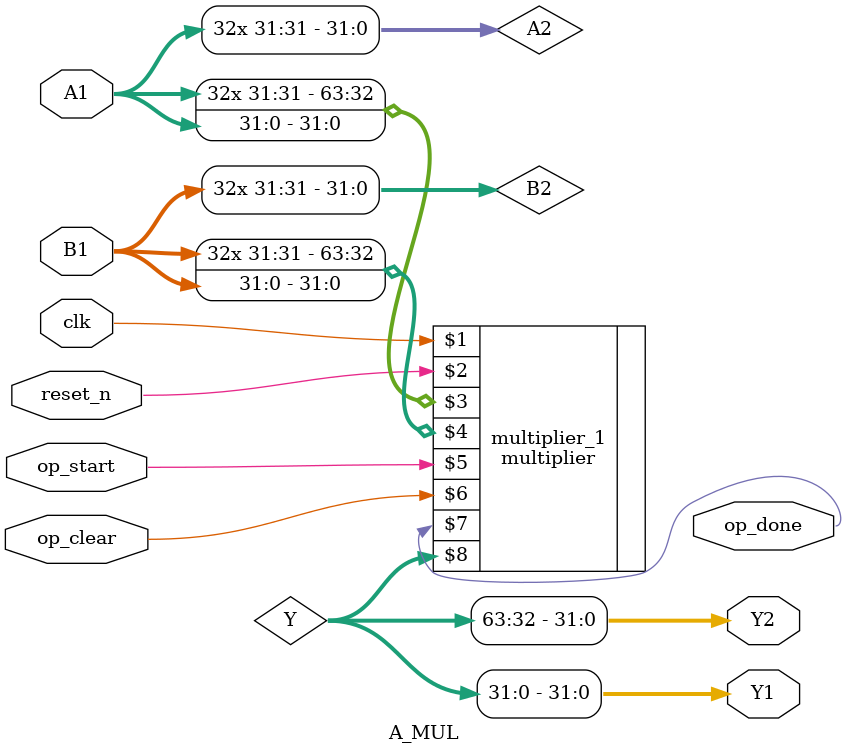
<source format=v>

module A_NOP(A, B, Y2, Y1); //no opertaion
	input[31:0] A, B;
	output[31:0] Y2, Y1;
	
	assign Y1 = 32'h0000_0000;
	
	assign Y2 = 32'h0000_0000; //sign extension
endmodule 

module A_NOTA(A, B, Y2, Y1); //NOT A
	input[31:0] A, B;
	output[31:0] Y2;
	output[31:0] Y1;
	
	assign Y1 = ~A;
	
	assign Y2[7:0] = {Y1[31], Y1[31], Y1[31], Y1[31], Y1[31], Y1[31], Y1[31], Y1[31]};
	assign Y2[15:8] = {Y1[31], Y1[31], Y1[31], Y1[31], Y1[31], Y1[31], Y1[31], Y1[31]};
	assign Y2[23:16] = {Y1[31], Y1[31], Y1[31], Y1[31], Y1[31], Y1[31], Y1[31], Y1[31]};
	assign Y2[31:24] = {Y1[31], Y1[31], Y1[31], Y1[31], Y1[31], Y1[31], Y1[31], Y1[31]}; //sign extension
endmodule 

module A_NOTB(A, B, Y2, Y1); //NOT B
	input[31:0] A, B;
	output[31:0] Y2, Y1;
	
	assign Y1 = ~B;
	
	assign Y2[7:0] = {Y1[31], Y1[31], Y1[31], Y1[31], Y1[31], Y1[31], Y1[31], Y1[31]};
	assign Y2[15:8] = {Y1[31], Y1[31], Y1[31], Y1[31], Y1[31], Y1[31], Y1[31], Y1[31]};
	assign Y2[23:16] = {Y1[31], Y1[31], Y1[31], Y1[31], Y1[31], Y1[31], Y1[31], Y1[31]};
	assign Y2[31:24] = {Y1[31], Y1[31], Y1[31], Y1[31], Y1[31], Y1[31], Y1[31], Y1[31]}; //sign extension
endmodule 

module A_AND(A, B, Y2, Y1); //AND
	input[31:0] A, B;
	output[31:0] Y2, Y1;
	
	assign Y1 = A & B;
	
	assign Y2[7:0] = {Y1[31], Y1[31], Y1[31], Y1[31], Y1[31], Y1[31], Y1[31], Y1[31]};
	assign Y2[15:8] = {Y1[31], Y1[31], Y1[31], Y1[31], Y1[31], Y1[31], Y1[31], Y1[31]};
	assign Y2[23:16] = {Y1[31], Y1[31], Y1[31], Y1[31], Y1[31], Y1[31], Y1[31], Y1[31]};
	assign Y2[31:24] = {Y1[31], Y1[31], Y1[31], Y1[31], Y1[31], Y1[31], Y1[31], Y1[31]}; //sign extension
endmodule 

module A_OR(A, B, Y2, Y1); //AND
	input[31:0] A, B;
	output[31:0] Y2, Y1;
	
	assign Y1 = A | B;
	
	assign Y2[7:0] = {Y1[31], Y1[31], Y1[31], Y1[31], Y1[31], Y1[31], Y1[31], Y1[31]};
	assign Y2[15:8] = {Y1[31], Y1[31], Y1[31], Y1[31], Y1[31], Y1[31], Y1[31], Y1[31]};
	assign Y2[23:16] = {Y1[31], Y1[31], Y1[31], Y1[31], Y1[31], Y1[31], Y1[31], Y1[31]};
	assign Y2[31:24] = {Y1[31], Y1[31], Y1[31], Y1[31], Y1[31], Y1[31], Y1[31], Y1[31]}; //sign extension
endmodule

module A_XOR(A, B, Y2, Y1); //XOR
	input[31:0] A, B;
	output[31:0] Y2, Y1;
	
	assign Y1 = A ^ B;
	
	assign Y2[7:0] = {Y1[31], Y1[31], Y1[31], Y1[31], Y1[31], Y1[31], Y1[31], Y1[31]};
	assign Y2[15:8] = {Y1[31], Y1[31], Y1[31], Y1[31], Y1[31], Y1[31], Y1[31], Y1[31]};
	assign Y2[23:16] = {Y1[31], Y1[31], Y1[31], Y1[31], Y1[31], Y1[31], Y1[31], Y1[31]};
	assign Y2[31:24] = {Y1[31], Y1[31], Y1[31], Y1[31], Y1[31], Y1[31], Y1[31], Y1[31]}; //sign extension
endmodule 

module A_XNOR(A, B, Y2, Y1); //XNOR
	input[31:0] A, B;
	output[31:0] Y2, Y1;
	
	assign Y1 = ~(A ^ B);
	
	assign Y2[7:0] = {Y1[31], Y1[31], Y1[31], Y1[31], Y1[31], Y1[31], Y1[31], Y1[31]};
	assign Y2[15:8] = {Y1[31], Y1[31], Y1[31], Y1[31], Y1[31], Y1[31], Y1[31], Y1[31]};
	assign Y2[23:16] = {Y1[31], Y1[31], Y1[31], Y1[31], Y1[31], Y1[31], Y1[31], Y1[31]};
	assign Y2[31:24] = {Y1[31], Y1[31], Y1[31], Y1[31], Y1[31], Y1[31], Y1[31], Y1[31]}; //sign extension
endmodule 

module A_LSLA(A, B, S, Y2, Y1); //LSLA
	input[31:0] A, B;
	input[1:0] S;
	output reg[31:0] Y2, Y1;
 
	always @ (A or B or S)
		begin
			if(S == 2'b00) //no shift
				begin
					Y1 = A;
					
					Y2[0] = Y1[31];
					Y2[1:0] = {Y2[0], Y2[0]};
					Y2[3:0] = {Y2[1:0], Y2[1:0]};
					Y2[7:0] = {Y2[3:0], Y2[3:0]};
					Y2[15:0] = {Y2[7:0], Y2[7:0]};
					Y2[31:0] = {Y2[15:0], Y2[15:0]}; //sign extension			
				end
			else if(S == 2'b01) //shift 1 bit
				begin
					Y1 = A;
				
					//A[31] is meaningless in Y1
					Y1[31:1] = A[30:0];
					Y1[0] = 1'b0;
					
					//A[31] is meaningful in Y2
					Y2[0] = A[31];
					Y2[1:0] = {Y2[0], Y2[0]};
					Y2[3:0] = {Y2[1:0], Y2[1:0]};
					Y2[7:0] = {Y2[3:0], Y2[3:0]};
					Y2[15:0] = {Y2[7:0], Y2[7:0]};
					Y2[31:0] = {Y2[15:0], Y2[15:0]}; //sign extension		
				end
			else if(S == 2'b10) //shift 2 bit
				begin
					Y1 = A;
				
					//A[31:30] is meaningless in Y1
					Y1[31:2] = A[29:0];
					Y1[1:0] = 2'b00;
					
					//A[31:30] is meaningful in Y2
					Y2[1:0] = Y1[31:30];
					Y2[3:2] = {Y2[1], Y2[1]};
					Y2[7:4] = {Y2[1], Y2[1], Y2[1], Y2[1]};
					Y2[15:8] = {Y2[1], Y2[1], Y2[1], Y2[1], Y2[1], Y2[1], Y2[1], Y2[1]};
					Y2[31:16] = {Y2[1], Y2[1], Y2[1], Y2[1], Y2[1], Y2[1], Y2[1], Y2[1], Y2[1], Y2[1], Y2[1], Y2[1], Y2[1], Y2[1], Y2[1], Y2[1]};
					//sign extension
				end
			else if(S == 2'b11) //shift 3 bit
				begin
					Y1 = A;
				
					//A[31:29] is meaningless in Y1
					Y1[31:3] = A[28:0];
					Y1[2:0] = 3'b000;
					
					//A[31:29] is meaningful in Y2
					Y2[2:0] = Y1[31:29];
					Y2[3] = {Y2[2]};
					Y2[7:4] = {Y2[2], Y2[2], Y2[2], Y2[2]};
					Y2[15:8] = {Y2[2], Y2[2], Y2[2], Y2[2], Y2[2], Y2[2], Y2[2], Y2[2]};
					Y2[31:16] = {Y2[2], Y2[2], Y2[2], Y2[2], Y2[2], Y2[2], Y2[2], Y2[2], Y2[2], Y2[2], Y2[2], Y2[2], Y2[2], Y2[2], Y2[2], Y2[2]};
					//sign extension		
				end
			else //wrong shift
				begin
					Y1 = 32'hxxxx_xxxx;
					
					Y2 = 32'hxxxx_xxxx;
				end
		end
endmodule

module A_LSLB(A, B, S, Y2, Y1); //LSLB
	input[31:0] A, B;
	input[1:0] S;
	output reg[31:0] Y2, Y1;
 
	always @ (A or B or S)
		begin
			if(S == 2'b00) //no shift
				begin
					Y1 = B;
					
					Y2[0] = Y1[31];
					Y2[1:0] = {Y2[0], Y2[0]};
					Y2[3:0] = {Y2[1:0], Y2[1:0]};
					Y2[7:0] = {Y2[3:0], Y2[3:0]};
					Y2[15:0] = {Y2[7:0], Y2[7:0]};
					Y2[31:0] = {Y2[15:0], Y2[15:0]}; //sign extension		
				end
			else if(S == 2'b01) //shift 1 bit
				begin
					Y1 = B;
				
					//B[31] is meaningless in Y1
					Y1[31:1] = B[30:0];
					Y1[0] = 1'b0;
					
					//B[31] is meaningful in Y2
					Y2[0] = B[31];
					Y2[1:0] = {Y2[0], Y2[0]};
					Y2[3:0] = {Y2[1:0], Y2[1:0]};
					Y2[7:0] = {Y2[3:0], Y2[3:0]};
					Y2[15:0] = {Y2[7:0], Y2[7:0]};
					Y2[31:0] = {Y2[15:0], Y2[15:0]}; //sign extension		
				end
			else if(S == 2'b10) //shift 2 bit
				begin
					Y1 = B;
				
					//B[31:30] is meaningless in Y1
					Y1[31:2] = B[29:0];
					Y1[1:0] = 2'b00;
					
					//B[31:30] is meaningful in Y2
					Y2[1:0] = Y1[31:30];
					Y2[3:2] = {Y2[1], Y2[1]};
					Y2[7:4] = {Y2[1], Y2[1], Y2[1], Y2[1]};
					Y2[15:8] = {Y2[1], Y2[1], Y2[1], Y2[1], Y2[1], Y2[1], Y2[1], Y2[1]};
					Y2[31:16] = {Y2[1], Y2[1], Y2[1], Y2[1], Y2[1], Y2[1], Y2[1], Y2[1], Y2[1], Y2[1], Y2[1], Y2[1], Y2[1], Y2[1], Y2[1], Y2[1]};
					//sign extension
				end
			else if(S == 2'b11) //shift 3 bit
				begin
					Y1 = B;
				
					//B[31:29] is meaningless in Y1
					Y1[31:3] = B[28:0];
					Y1[2:0] = 3'b000;
					
					//B[31:29] is meaningful in Y2
					Y2[2:0] = Y1[31:29];
					Y2[3] = {Y2[2]};
					Y2[7:4] = {Y2[2], Y2[2], Y2[2], Y2[2]};
					Y2[15:8] = {Y2[2], Y2[2], Y2[2], Y2[2], Y2[2], Y2[2], Y2[2], Y2[2]};
					Y2[31:16] = {Y2[2], Y2[2], Y2[2], Y2[2], Y2[2], Y2[2], Y2[2], Y2[2], Y2[2], Y2[2], Y2[2], Y2[2], Y2[2], Y2[2], Y2[2], Y2[2]};
					//sign extension
				end
			else //wrong shift
				begin
					Y1 = 32'hxxxx_xxxx;
					
					Y2 = 32'hxxxx_xxxx;
				end
		end
endmodule 

module A_LSRA(A, B, S, Y2, Y1); //LSRA
	input[31:0] A, B;
	input[1:0] S;
	output reg[31:0] Y2, Y1;
 
	always @ (A or B or S)
		begin
			if(S == 2'b00) //no shift
				begin
					Y1 = A;
					
					Y2[0] = Y1[31];
					Y2[1:0] = {Y2[0], Y2[0]};
					Y2[3:0] = {Y2[1:0], Y2[1:0]};
					Y2[7:0] = {Y2[3:0], Y2[3:0]};
					Y2[15:0] = {Y2[7:0], Y2[7:0]};
					Y2[31:0] = {Y2[15:0], Y2[15:0]}; //sign extension
				end
			else if(S == 2'b01) //shift 1 bit
				begin
					Y1 = A;
				
					//A[0] is meaningless
					Y1[30:0] = A[31:1];
					//Y1[31] = Y2[0]
					Y2[0] = Y1[31];
					Y2[1:0] = {Y2[0], Y2[0]};
					Y2[3:0] = {Y2[1:0], Y2[1:0]};
					Y2[7:0] = {Y2[3:0], Y2[3:0]};
					Y2[15:0] = {Y2[7:0], Y2[7:0]};
					Y2[31:0] = {Y2[15:0], Y2[15:0]}; 
					Y2[31] = 1'b0;
					//sign extension			
				end
			else if(S == 2'b10) //shift 2 bit
				begin
					Y1 = A;
				
					//A[1:0] is meaningless
					Y1[29:0] = A[31:2];
					Y1[30] = Y1[31];
					//Y1[31] = Y2[0]
					Y2[0] = Y1[31];
					Y2[1:0] = {Y2[0], Y2[0]};
					Y2[3:0] = {Y2[1:0], Y2[1:0]};
					Y2[7:0] = {Y2[3:0], Y2[3:0]};
					Y2[15:0] = {Y2[7:0], Y2[7:0]};
					Y2[31:0] = {Y2[15:0], Y2[15:0]};
					Y2[31:30] = 2'b00;
					//sign extension
				end
			else if(S == 2'b11) //shift 3 bit
				begin
					Y1 = A;
				
					//A[2:0] is meaningless
					Y1[28:0] = A[31:3];
					Y1[30:29] = {Y1[31], Y1[31]};
					//Y1[31] = Y2[0]
					Y2[0] = Y1[31];
					Y2[1:0] = {Y2[0], Y2[0]};
					Y2[3:0] = {Y2[1:0], Y2[1:0]};
					Y2[7:0] = {Y2[3:0], Y2[3:0]};
					Y2[15:0] = {Y2[7:0], Y2[7:0]};
					Y2[31:0] = {Y2[15:0], Y2[15:0]};
					Y2[31:29] = 3'b000;
					//sign extension			
				end
			else //wrong shift
				begin
					Y1 = 32'hxxxx_xxxx;
					
					Y2 = 32'hxxxx_xxxx;
				end
		end
endmodule

module A_LSRB(A, B, S, Y2, Y1); //LSRB
	input[31:0] A, B;
	input[1:0] S;
	output reg[31:0] Y2, Y1;
 
	always @ (A or B or S)
		begin
			if(S == 2'b00) //no shift
				begin
					Y1 = B;
					
					Y2[0] = Y1[31];
					Y2[1:0] = {Y2[0], Y2[0]};
					Y2[3:0] = {Y2[1:0], Y2[1:0]};
					Y2[7:0] = {Y2[3:0], Y2[3:0]};
					Y2[15:0] = {Y2[7:0], Y2[7:0]};
					Y2[31:0] = {Y2[15:0], Y2[15:0]}; //sign extension	
				end
			else if(S == 2'b01) //shift 1 bit
				begin
					Y1 = B;
				
					//B[0] is meaningless
					Y1[30:0] = B[31:1];
					//Y1[31] = Y2[0]
					Y2[0] = Y1[31];
					Y2[1:0] = {Y2[0], Y2[0]};
					Y2[3:0] = {Y2[1:0], Y2[1:0]};
					Y2[7:0] = {Y2[3:0], Y2[3:0]};
					Y2[15:0] = {Y2[7:0], Y2[7:0]};
					Y2[31:0] = {Y2[15:0], Y2[15:0]}; 
					Y2[31] = 1'b0;
					//sign extension	
				end
			else if(S == 2'b10) //shift 2 bit
				begin
					Y1 = B;
				
					//B[1:0] is meaningless
					Y1[29:0] = B[31:2];
					Y1[30] = Y1[31];
					//Y1[31] = Y2[0]
					Y2[0] = Y1[31];
					Y2[1:0] = {Y2[0], Y2[0]};
					Y2[3:0] = {Y2[1:0], Y2[1:0]};
					Y2[7:0] = {Y2[3:0], Y2[3:0]};
					Y2[15:0] = {Y2[7:0], Y2[7:0]};
					Y2[31:0] = {Y2[15:0], Y2[15:0]};
					Y2[31:30] = 2'b00;
					//sign extension
				end
			else if(S == 2'b11) //shift 3 bit
				begin
					Y1 = B;
				
					//B[2:0] is meaningless
					Y1[28:0] = B[31:3];
					Y1[30:29] = {Y1[31], Y1[31]};
					//Y1[31] = Y2[0]
					Y2[0] = Y1[31];
					Y2[1:0] = {Y2[0], Y2[0]};
					Y2[3:0] = {Y2[1:0], Y2[1:0]};
					Y2[7:0] = {Y2[3:0], Y2[3:0]};
					Y2[15:0] = {Y2[7:0], Y2[7:0]};
					Y2[31:0] = {Y2[15:0], Y2[15:0]};
					Y2[31:29] = 3'b000;
					//sign extension		
				end
			else //wrong shift
				begin
					Y1 = 32'hxxxx_xxxx;
					
					Y2 = 32'hxxxx_xxxx;
				end
		end
endmodule 

module A_ASRA(A, B, S, Y2, Y1); //ASRA
	input[31:0] A, B;
	input[1:0] S;
	output reg[31:0] Y2, Y1;
 
	always @ (A or B or S)
		begin
			if(S == 2'b00) //no shift
				begin
					Y1 = A;
					
					Y2[0] = Y1[31];
					Y2[1:0] = {Y2[0], Y2[0]};
					Y2[3:0] = {Y2[1:0], Y2[1:0]};
					Y2[7:0] = {Y2[3:0], Y2[3:0]};
					Y2[15:0] = {Y2[7:0], Y2[7:0]};
					Y2[31:0] = {Y2[15:0], Y2[15:0]}; //sign extension		
				end
			else if(S == 2'b01) //shift 1 bit
				begin
					Y1 = A;
				
					//A[0] is meaningless
					Y1[30:0] = A[31:1];
					Y1[31] = A[31];
					
					Y2[0] = Y1[31];
					Y2[1:0] = {Y2[0], Y2[0]};
					Y2[3:0] = {Y2[1:0], Y2[1:0]};
					Y2[7:0] = {Y2[3:0], Y2[3:0]};
					Y2[15:0] = {Y2[7:0], Y2[7:0]};
					Y2[31:0] = {Y2[15:0], Y2[15:0]}; //sign extension		
				end
			else if(S == 2'b10) //shift 2 bit
				begin
					Y1 = A;
				
					//A[1:0] is meaningless
					Y1[29:0] = A[31:2];
					Y1[31:30] = {A[31], A[31]};
					
					Y2[0] = Y1[31];
					Y2[1:0] = {Y2[0], Y2[0]};
					Y2[3:0] = {Y2[1:0], Y2[1:0]};
					Y2[7:0] = {Y2[3:0], Y2[3:0]};
					Y2[15:0] = {Y2[7:0], Y2[7:0]};
					Y2[31:0] = {Y2[15:0], Y2[15:0]}; //sign extension
				end
			else if(S == 2'b11) //shift 3 bit
				begin
					Y1 = A;
				
					//A[2:0] is meaningless
					Y1[28:0] = A[31:3];
					Y1[31:29] = {A[31], A[31], A[31]};
					
					Y2[0] = Y1[31];
					Y2[1:0] = {Y2[0], Y2[0]};
					Y2[3:0] = {Y2[1:0], Y2[1:0]};
					Y2[7:0] = {Y2[3:0], Y2[3:0]};
					Y2[15:0] = {Y2[7:0], Y2[7:0]};
					Y2[31:0] = {Y2[15:0], Y2[15:0]}; //sign extension		
				end
			else //wrong shift
				begin
					Y1 = 32'hxxxx_xxxx;
					
					Y2 = 32'hxxxx_xxxx;
				end
		end
endmodule 

module A_ASRB(A, B, S, Y2, Y1); //ASRB
	input[31:0] A, B;
	input[1:0] S;
	output reg[31:0] Y2, Y1;
 
	always @ (A or B or S)
		begin
			if(S == 2'b00) //no shift
				begin
					Y1 = B;
					
					Y2[0] = Y1[31];
					Y2[1:0] = {Y2[0], Y2[0]};
					Y2[3:0] = {Y2[1:0], Y2[1:0]};
					Y2[7:0] = {Y2[3:0], Y2[3:0]};
					Y2[15:0] = {Y2[7:0], Y2[7:0]};
					Y2[31:0] = {Y2[15:0], Y2[15:0]}; //sign extension
				end
			else if(S == 2'b01) //shift 1 bit
				begin
					Y1 = B;
				
					//B[0] is meaningless
					Y1[30:0] = B[31:1];
					Y1[31] = B[31];
					
					Y2[0] = Y1[31];
					Y2[1:0] = {Y2[0], Y2[0]};
					Y2[3:0] = {Y2[1:0], Y2[1:0]};
					Y2[7:0] = {Y2[3:0], Y2[3:0]};
					Y2[15:0] = {Y2[7:0], Y2[7:0]};
					Y2[31:0] = {Y2[15:0], Y2[15:0]}; //sign extension			
				end
			else if(S == 2'b10) //shift 2 bit
				begin
					Y1 = B;
				
					//B[1:0] is meaningless
					Y1[29:0] = B[31:2];
					Y1[31:30] = {B[31], B[31]};
					
					Y2[0] = Y1[31];
					Y2[1:0] = {Y2[0], Y2[0]};
					Y2[3:0] = {Y2[1:0], Y2[1:0]};
					Y2[7:0] = {Y2[3:0], Y2[3:0]};
					Y2[15:0] = {Y2[7:0], Y2[7:0]};
					Y2[31:0] = {Y2[15:0], Y2[15:0]}; //sign extension
				end
			else if(S == 2'b11) //shift 3 bit
				begin
					Y1 = B;
				
					//B[2:0] is meaningless
					Y1[28:0] = B[31:3];
					Y1[31:29] = {B[31], B[31], B[31]};
					
					Y2[0] = Y1[31];
					Y2[1:0] = {Y2[0], Y2[0]};
					Y2[3:0] = {Y2[1:0], Y2[1:0]};
					Y2[7:0] = {Y2[3:0], Y2[3:0]};
					Y2[15:0] = {Y2[7:0], Y2[7:0]};
					Y2[31:0] = {Y2[15:0], Y2[15:0]}; //sign extension		
				end
			else //wrong shift
				begin
					Y1 = 32'hxxxx_xxxx;
					
					Y2 = 32'hxxxx_xxxx;
				end
		end
endmodule 

module A_ADD(A1, B1, Y2, Y1); //ADD
	input[31:0] A1, B1;
	output[31:0] Y2, Y1;
	
	wire[31:0] A2, B2;//extended sign
	
	assign A2[7:0] = {A1[31], A1[31], A1[31], A1[31], A1[31], A1[31], A1[31], A1[31]};
	assign A2[15:8] = {A1[31], A1[31], A1[31], A1[31], A1[31], A1[31], A1[31], A1[31]};
	assign A2[23:16] = {A1[31], A1[31], A1[31], A1[31], A1[31], A1[31], A1[31], A1[31]};
	assign A2[31:24] = {A1[31], A1[31], A1[31], A1[31], A1[31], A1[31], A1[31], A1[31]};
	//sign extension (32 -> 64)
	
	assign B2[7:0] = {B1[31], B1[31], B1[31], B1[31], B1[31], B1[31], B1[31], B1[31]};
	assign B2[15:8] = {B1[31], B1[31], B1[31], B1[31], B1[31], B1[31], B1[31], B1[31]};
	assign B2[23:16] = {B1[31], B1[31], B1[31], B1[31], B1[31], B1[31], B1[31], B1[31]};
	assign B2[31:24] = {B1[31], B1[31], B1[31], B1[31], B1[31], B1[31], B1[31], B1[31]};
	//sign extension (32 -> 64)
	
	cla64 cla64_1({A2, A1}, {B2, B1}, 1'b0, {Y2, Y1}); //get add result	
endmodule
	
module A_SUB(A1, B1, Y2, Y1); //SUB
	input[31:0] A1, B1;
	output[31:0] Y2, Y1;
	
	wire[31:0] A2, B2;//extended sign
	
	assign A2[7:0] = {A1[31], A1[31], A1[31], A1[31], A1[31], A1[31], A1[31], A1[31]};
	assign A2[15:8] = {A1[31], A1[31], A1[31], A1[31], A1[31], A1[31], A1[31], A1[31]};
	assign A2[23:16] = {A1[31], A1[31], A1[31], A1[31], A1[31], A1[31], A1[31], A1[31]};
	assign A2[31:24] = {A1[31], A1[31], A1[31], A1[31], A1[31], A1[31], A1[31], A1[31]};
	//sign extension (32 -> 64)
	
	assign B2[7:0] = {B1[31], B1[31], B1[31], B1[31], B1[31], B1[31], B1[31], B1[31]};
	assign B2[15:8] = {B1[31], B1[31], B1[31], B1[31], B1[31], B1[31], B1[31], B1[31]};
	assign B2[23:16] = {B1[31], B1[31], B1[31], B1[31], B1[31], B1[31], B1[31], B1[31]};
	assign B2[31:24] = {B1[31], B1[31], B1[31], B1[31], B1[31], B1[31], B1[31], B1[31]};
	//sign extension (32 -> 64)
	
	cla64 cla64_1({A2, A1}, ~{B2, B1}, 1'b1, {Y2, Y1}); //get SUB result	
endmodule 
	
module A_MUL(clk, reset_n, A1, B1, op_start, op_clear, op_done, Y2, Y1); //32bit x 32bit = 128bit
	input clk, reset_n;
	input[31:0] A1, B1;
	input op_start, op_clear;
	output op_done;
	output[31:0] Y2, Y1;

	wire[31:0] A2, B2;//extended sign
	
	wire[127:0] Y;
	
	assign A2[7:0] = {A1[31], A1[31], A1[31], A1[31], A1[31], A1[31], A1[31], A1[31]};
	assign A2[15:8] = {A1[31], A1[31], A1[31], A1[31], A1[31], A1[31], A1[31], A1[31]};
	assign A2[23:16] = {A1[31], A1[31], A1[31], A1[31], A1[31], A1[31], A1[31], A1[31]};
	assign A2[31:24] = {A1[31], A1[31], A1[31], A1[31], A1[31], A1[31], A1[31], A1[31]};
	//sign extension (32 -> 64)
	
	assign B2[7:0] = {B1[31], B1[31], B1[31], B1[31], B1[31], B1[31], B1[31], B1[31]};
	assign B2[15:8] = {B1[31], B1[31], B1[31], B1[31], B1[31], B1[31], B1[31], B1[31]};
	assign B2[23:16] = {B1[31], B1[31], B1[31], B1[31], B1[31], B1[31], B1[31], B1[31]};
	assign B2[31:24] = {B1[31], B1[31], B1[31], B1[31], B1[31], B1[31], B1[31], B1[31]};
	//sign extension (32 -> 64)
	
	assign Y2 = Y[63:32];
	assign Y1 = Y[31:0]; //128->64
	multiplier multiplier_1(clk, reset_n, {A2, A1}, {B2, B1}, op_start, op_clear, op_done, Y);
	//64bit x 64bit = 128bit
endmodule 
</source>
